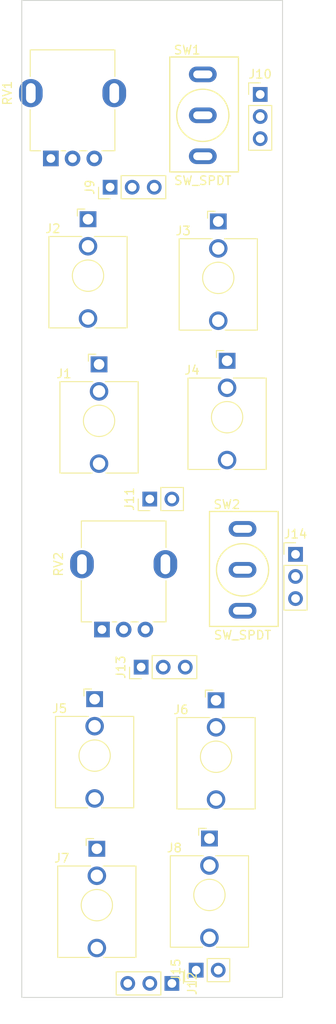
<source format=kicad_pcb>
(kicad_pcb (version 20221018) (generator pcbnew)
  (layers (0 "F.Cu" signal) (31 "B.Cu" signal) (34 "B.Paste" user) (35 "F.Paste" user) (36 "B.SilkS" user "B.Silkscreen") (37 "F.SilkS" user "F.Silkscreen") (38 "B.Mask" user) (39 "F.Mask" user) (44 "Edge.Cuts" user))
  (net 0 "")
  (net 1 "GND")
  (net 2 "INA")
  (net 3 "CV2A")
  (net 4 "CV2B")
  (net 5 "INB")
  (net 6 "ADJA")
  (net 7 "CV1A")
  (net 8 "LOGA")
  (net 9 "CMNA")
  (net 10 "LINA")
  (net 11 "OUTA")
  (net 12 "+12V")
  (net 13 "-12V")
  (net 14 "ADJB")
  (net 15 "CV1B")
  (net 16 "LOGB")
  (net 17 "CMNB")
  (net 18 "LINB")
  (net 19 "OUTB")
  (footprint "Connector_PinHeader_2.54mm:PinHeader_1x02_P2.54mm_Vertical" (layer "F.Cu") (at 20.061 118.364 90)
    (fp_text reference "J15" (at 0 -2.33 90) (layer "F.SilkS"))
    (fp_text value "Conn_01x02")
    (fp_line (start -1.33 -1.33) (end 0 -1.33) (stroke (width 0.12)) (layer "F.SilkS"))
    (fp_line (start -1.33 0) (end -1.33 -1.33) (stroke (width 0.12)) (layer "F.SilkS"))
    (fp_line (start -1.33 1.27) (end -1.33 3.87) (stroke (width 0.12)) (layer "F.SilkS"))
    (fp_line (start -1.33 1.27) (end 1.33 1.27) (stroke (width 0.12)) (layer "F.SilkS"))
    (fp_line (start -1.33 3.87) (end 1.33 3.87) (stroke (width 0.12)) (layer "F.SilkS"))
    (fp_line (start 1.33 1.27) (end 1.33 3.87) (stroke (width 0.12)) (layer "F.SilkS"))
    (pad "1" thru_hole rect (at 0 0 90) (size 1.7 1.7) (drill 1) (layers "*.Cu" "*.Mask") (net 5 "INB"))
    (pad "2" thru_hole oval (at 0 2.54 90) (size 1.7 1.7) (drill 1) (layers "*.Cu" "*.Mask") (net 19 "OUTB"))
  )
  (footprint "Connector_PinHeader_2.54mm:PinHeader_1x03_P2.54mm_Vertical" (layer "F.Cu") (at 27.432 17.795)
    (fp_text reference "J10" (at 0 -2.33) (layer "F.SilkS"))
    (fp_text value "Conn_01x03")
    (fp_line (start -1.33 -1.33) (end 0 -1.33) (stroke (width 0.12)) (layer "F.SilkS"))
    (fp_line (start -1.33 0) (end -1.33 -1.33) (stroke (width 0.12)) (layer "F.SilkS"))
    (fp_line (start -1.33 1.27) (end -1.33 6.41) (stroke (width 0.12)) (layer "F.SilkS"))
    (fp_line (start -1.33 1.27) (end 1.33 1.27) (stroke (width 0.12)) (layer "F.SilkS"))
    (fp_line (start -1.33 6.41) (end 1.33 6.41) (stroke (width 0.12)) (layer "F.SilkS"))
    (fp_line (start 1.33 1.27) (end 1.33 6.41) (stroke (width 0.12)) (layer "F.SilkS"))
    (pad "1" thru_hole rect (at 0 0) (size 1.7 1.7) (drill 1) (layers "*.Cu" "*.Mask") (net 8 "LOGA"))
    (pad "2" thru_hole oval (at 0 2.54) (size 1.7 1.7) (drill 1) (layers "*.Cu" "*.Mask") (net 9 "CMNA"))
    (pad "3" thru_hole oval (at 0 5.08) (size 1.7 1.7) (drill 1) (layers "*.Cu" "*.Mask") (net 10 "LINA"))
  )
  (footprint "Library:Jack_3.5mm_QingPu_WQP-PJ398SM_Vertical_CircularHoles" (layer "F.Cu") (at 22.352 93.856)
    (fp_text reference "J6" (at -4.03 -5.4 180) (layer "F.SilkS"))
    (fp_text value "AudioJack2")
    (fp_line (start -4.5 -4.5) (end -4.5 6) (stroke (width 0.12)) (layer "F.SilkS"))
    (fp_line (start -1.23 -7.65) (end -1.23 -6.85) (stroke (width 0.12)) (layer "F.SilkS"))
    (fp_line (start -1.23 -7.65) (end -0.37 -7.65) (stroke (width 0.12)) (layer "F.SilkS"))
    (fp_line (start -0.8 6) (end -4.5 6) (stroke (width 0.12)) (layer "F.SilkS"))
    (fp_line (start -0.72 -4.5) (end -4.5 -4.5) (stroke (width 0.12)) (layer "F.SilkS"))
    (fp_line (start 4.5 -4.5) (end 0.72 -4.5) (stroke (width 0.12)) (layer "F.SilkS"))
    (fp_line (start 4.5 -4.5) (end 4.5 6) (stroke (width 0.12)) (layer "F.SilkS"))
    (fp_line (start 4.5 6) (end 0.8 6) (stroke (width 0.12)) (layer "F.SilkS"))
    (fp_circle (center 0 0) (end 1.8 0) (stroke (width 0.12)) (fill none) (layer "F.SilkS"))
    (pad "S" thru_hole rect (at 0 -6.48 180) (size 1.93 1.83) (drill 1.22) (layers "*.Cu" "*.Mask") (net 1 "GND"))
    (pad "T" thru_hole circle (at 0 4.92 180) (size 2.13 2.13) (drill 1.43) (layers "*.Cu" "*.Mask") (net 4 "CV2B"))
    (pad "TN" thru_hole circle (at 0 -3.38 180) (size 2.13 2.13) (drill 1.42) (layers "*.Cu" "*.Mask"))
  )
  (footprint "Library:Jack_3.5mm_QingPu_WQP-PJ398SM_Vertical_CircularHoles" (layer "F.Cu") (at 8.382 93.726)
    (fp_text reference "J5" (at -4.03 -5.4 180) (layer "F.SilkS"))
    (fp_text value "AudioJack2")
    (fp_line (start -4.5 -4.5) (end -4.5 6) (stroke (width 0.12)) (layer "F.SilkS"))
    (fp_line (start -1.23 -7.65) (end -1.23 -6.85) (stroke (width 0.12)) (layer "F.SilkS"))
    (fp_line (start -1.23 -7.65) (end -0.37 -7.65) (stroke (width 0.12)) (layer "F.SilkS"))
    (fp_line (start -0.8 6) (end -4.5 6) (stroke (width 0.12)) (layer "F.SilkS"))
    (fp_line (start -0.72 -4.5) (end -4.5 -4.5) (stroke (width 0.12)) (layer "F.SilkS"))
    (fp_line (start 4.5 -4.5) (end 0.72 -4.5) (stroke (width 0.12)) (layer "F.SilkS"))
    (fp_line (start 4.5 -4.5) (end 4.5 6) (stroke (width 0.12)) (layer "F.SilkS"))
    (fp_line (start 4.5 6) (end 0.8 6) (stroke (width 0.12)) (layer "F.SilkS"))
    (fp_circle (center 0 0) (end 1.8 0) (stroke (width 0.12)) (fill none) (layer "F.SilkS"))
    (pad "S" thru_hole rect (at 0 -6.48 180) (size 1.93 1.83) (drill 1.22) (layers "*.Cu" "*.Mask") (net 1 "GND"))
    (pad "T" thru_hole circle (at 0 4.92 180) (size 2.13 2.13) (drill 1.43) (layers "*.Cu" "*.Mask") (net 15 "CV1B"))
    (pad "TN" thru_hole circle (at 0 -3.38 180) (size 2.13 2.13) (drill 1.42) (layers "*.Cu" "*.Mask"))
  )
  (footprint "benjiaomodular:ToggleSwitch_MTS-102_SPDT" (layer "F.Cu") (at 20.828 20.194)
    (fp_text reference "SW1" (at -1.8 -7.5) (layer "F.SilkS"))
    (fp_text value "SW_SPDT" (at 0 7.5) (layer "F.SilkS"))
    (fp_line (start -3.8 -6.7) (end 4.1 -6.7) (stroke (width 0.15)) (layer "F.SilkS"))
    (fp_line (start -3.8 6.5) (end -3.8 -6.7) (stroke (width 0.15)) (layer "F.SilkS"))
    (fp_line (start 4.1 -6.7) (end 4.1 6.5) (stroke (width 0.15)) (layer "F.SilkS"))
    (fp_line (start 4.1 6.5) (end -3.8 6.5) (stroke (width 0.15)) (layer "F.SilkS"))
    (fp_circle (center 0 0) (end 3 0.05) (stroke (width 0.15)) (fill none) (layer "F.SilkS"))
    (pad "1" thru_hole oval (at 0 -4.7) (size 3.2 1.8) (drill oval 2.2 0.9) (layers "*.Cu" "*.Mask") (net 8 "LOGA"))
    (pad "2" thru_hole oval (at 0 0) (size 3.2 1.8) (drill oval 2.2 0.9) (layers "*.Cu" "*.Mask") (net 9 "CMNA"))
    (pad "3" thru_hole oval (at 0 4.7) (size 3.2 1.8) (drill oval 2.2 0.9) (layers "*.Cu" "*.Mask") (net 10 "LINA"))
  )
  (footprint "Library:Jack_3.5mm_QingPu_WQP-PJ398SM_Vertical_CircularHoles" (layer "F.Cu") (at 22.606 38.862)
    (fp_text reference "J3" (at -4.03 -5.4 180) (layer "F.SilkS"))
    (fp_text value "AudioJack2")
    (fp_line (start -4.5 -4.5) (end -4.5 6) (stroke (width 0.12)) (layer "F.SilkS"))
    (fp_line (start -1.23 -7.65) (end -1.23 -6.85) (stroke (width 0.12)) (layer "F.SilkS"))
    (fp_line (start -1.23 -7.65) (end -0.37 -7.65) (stroke (width 0.12)) (layer "F.SilkS"))
    (fp_line (start -0.8 6) (end -4.5 6) (stroke (width 0.12)) (layer "F.SilkS"))
    (fp_line (start -0.72 -4.5) (end -4.5 -4.5) (stroke (width 0.12)) (layer "F.SilkS"))
    (fp_line (start 4.5 -4.5) (end 0.72 -4.5) (stroke (width 0.12)) (layer "F.SilkS"))
    (fp_line (start 4.5 -4.5) (end 4.5 6) (stroke (width 0.12)) (layer "F.SilkS"))
    (fp_line (start 4.5 6) (end 0.8 6) (stroke (width 0.12)) (layer "F.SilkS"))
    (fp_circle (center 0 0) (end 1.8 0) (stroke (width 0.12)) (fill none) (layer "F.SilkS"))
    (pad "S" thru_hole rect (at 0 -6.48 180) (size 1.93 1.83) (drill 1.22) (layers "*.Cu" "*.Mask") (net 1 "GND"))
    (pad "T" thru_hole circle (at 0 4.92 180) (size 2.13 2.13) (drill 1.43) (layers "*.Cu" "*.Mask") (net 3 "CV2A"))
    (pad "TN" thru_hole circle (at 0 -3.38 180) (size 2.13 2.13) (drill 1.42) (layers "*.Cu" "*.Mask"))
  )
  (footprint "Library:Jack_3.5mm_QingPu_WQP-PJ398SM_Vertical_CircularHoles" (layer "F.Cu") (at 23.622 54.864)
    (fp_text reference "J4" (at -4.03 -5.4 180) (layer "F.SilkS"))
    (fp_text value "AudioJack2")
    (fp_line (start -4.5 -4.5) (end -4.5 6) (stroke (width 0.12)) (layer "F.SilkS"))
    (fp_line (start -1.23 -7.65) (end -1.23 -6.85) (stroke (width 0.12)) (layer "F.SilkS"))
    (fp_line (start -1.23 -7.65) (end -0.37 -7.65) (stroke (width 0.12)) (layer "F.SilkS"))
    (fp_line (start -0.8 6) (end -4.5 6) (stroke (width 0.12)) (layer "F.SilkS"))
    (fp_line (start -0.72 -4.5) (end -4.5 -4.5) (stroke (width 0.12)) (layer "F.SilkS"))
    (fp_line (start 4.5 -4.5) (end 0.72 -4.5) (stroke (width 0.12)) (layer "F.SilkS"))
    (fp_line (start 4.5 -4.5) (end 4.5 6) (stroke (width 0.12)) (layer "F.SilkS"))
    (fp_line (start 4.5 6) (end 0.8 6) (stroke (width 0.12)) (layer "F.SilkS"))
    (fp_circle (center 0 0) (end 1.8 0) (stroke (width 0.12)) (fill none) (layer "F.SilkS"))
    (pad "S" thru_hole rect (at 0 -6.48 180) (size 1.93 1.83) (drill 1.22) (layers "*.Cu" "*.Mask") (net 1 "GND"))
    (pad "T" thru_hole circle (at 0 4.92 180) (size 2.13 2.13) (drill 1.43) (layers "*.Cu" "*.Mask") (net 11 "OUTA"))
    (pad "TN" thru_hole circle (at 0 -3.38 180) (size 2.13 2.13) (drill 1.42) (layers "*.Cu" "*.Mask"))
  )
  (footprint "Library:Jack_3.5mm_QingPu_WQP-PJ398SM_Vertical_CircularHoles" (layer "F.Cu") (at 21.59 109.728)
    (fp_text reference "J8" (at -4.03 -5.4 180) (layer "F.SilkS"))
    (fp_text value "AudioJack2")
    (fp_line (start -4.5 -4.5) (end -4.5 6) (stroke (width 0.12)) (layer "F.SilkS"))
    (fp_line (start -1.23 -7.65) (end -1.23 -6.85) (stroke (width 0.12)) (layer "F.SilkS"))
    (fp_line (start -1.23 -7.65) (end -0.37 -7.65) (stroke (width 0.12)) (layer "F.SilkS"))
    (fp_line (start -0.8 6) (end -4.5 6) (stroke (width 0.12)) (layer "F.SilkS"))
    (fp_line (start -0.72 -4.5) (end -4.5 -4.5) (stroke (width 0.12)) (layer "F.SilkS"))
    (fp_line (start 4.5 -4.5) (end 0.72 -4.5) (stroke (width 0.12)) (layer "F.SilkS"))
    (fp_line (start 4.5 -4.5) (end 4.5 6) (stroke (width 0.12)) (layer "F.SilkS"))
    (fp_line (start 4.5 6) (end 0.8 6) (stroke (width 0.12)) (layer "F.SilkS"))
    (fp_circle (center 0 0) (end 1.8 0) (stroke (width 0.12)) (fill none) (layer "F.SilkS"))
    (pad "S" thru_hole rect (at 0 -6.48 180) (size 1.93 1.83) (drill 1.22) (layers "*.Cu" "*.Mask") (net 1 "GND"))
    (pad "T" thru_hole circle (at 0 4.92 180) (size 2.13 2.13) (drill 1.43) (layers "*.Cu" "*.Mask") (net 19 "OUTB"))
    (pad "TN" thru_hole circle (at 0 -3.38 180) (size 2.13 2.13) (drill 1.42) (layers "*.Cu" "*.Mask"))
  )
  (footprint "Connector_PinHeader_2.54mm:PinHeader_1x03_P2.54mm_Vertical" (layer "F.Cu") (at 17.272 119.888 -90)
    (fp_text reference "J12" (at 0 -2.33 90) (layer "F.SilkS"))
    (fp_text value "Conn_01x03")
    (fp_line (start -1.33 -1.33) (end 0 -1.33) (stroke (width 0.12)) (layer "F.SilkS"))
    (fp_line (start -1.33 0) (end -1.33 -1.33) (stroke (width 0.12)) (layer "F.SilkS"))
    (fp_line (start -1.33 1.27) (end -1.33 6.41) (stroke (width 0.12)) (layer "F.SilkS"))
    (fp_line (start -1.33 1.27) (end 1.33 1.27) (stroke (width 0.12)) (layer "F.SilkS"))
    (fp_line (start -1.33 6.41) (end 1.33 6.41) (stroke (width 0.12)) (layer "F.SilkS"))
    (fp_line (start 1.33 1.27) (end 1.33 6.41) (stroke (width 0.12)) (layer "F.SilkS"))
    (pad "1" thru_hole rect (at 0 0 270) (size 1.7 1.7) (drill 1) (layers "*.Cu" "*.Mask") (net 12 "+12V"))
    (pad "2" thru_hole oval (at 0 2.54 270) (size 1.7 1.7) (drill 1) (layers "*.Cu" "*.Mask") (net 1 "GND"))
    (pad "3" thru_hole oval (at 0 5.08 270) (size 1.7 1.7) (drill 1) (layers "*.Cu" "*.Mask") (net 13 "-12V"))
  )
  (footprint "benjiaomodular:ToggleSwitch_MTS-102_SPDT" (layer "F.Cu") (at 25.4 72.39)
    (fp_text reference "SW2" (at -1.8 -7.5) (layer "F.SilkS"))
    (fp_text value "SW_SPDT" (at 0 7.5) (layer "F.SilkS"))
    (fp_line (start -3.8 -6.7) (end 4.1 -6.7) (stroke (width 0.15)) (layer "F.SilkS"))
    (fp_line (start -3.8 6.5) (end -3.8 -6.7) (stroke (width 0.15)) (layer "F.SilkS"))
    (fp_line (start 4.1 -6.7) (end 4.1 6.5) (stroke (width 0.15)) (layer "F.SilkS"))
    (fp_line (start 4.1 6.5) (end -3.8 6.5) (stroke (width 0.15)) (layer "F.SilkS"))
    (fp_circle (center 0 0) (end 3 0.05) (stroke (width 0.15)) (fill none) (layer "F.SilkS"))
    (pad "1" thru_hole oval (at 0 -4.7) (size 3.2 1.8) (drill oval 2.2 0.9) (layers "*.Cu" "*.Mask") (net 16 "LOGB"))
    (pad "2" thru_hole oval (at 0 0) (size 3.2 1.8) (drill oval 2.2 0.9) (layers "*.Cu" "*.Mask") (net 17 "CMNB"))
    (pad "3" thru_hole oval (at 0 4.7) (size 3.2 1.8) (drill oval 2.2 0.9) (layers "*.Cu" "*.Mask") (net 18 "LINB"))
  )
  (footprint "Connector_PinHeader_2.54mm:PinHeader_1x03_P2.54mm_Vertical" (layer "F.Cu") (at 31.496 70.612)
    (fp_text reference "J14" (at 0 -2.33) (layer "F.SilkS"))
    (fp_text value "Conn_01x03")
    (fp_line (start -1.33 -1.33) (end 0 -1.33) (stroke (width 0.12)) (layer "F.SilkS"))
    (fp_line (start -1.33 0) (end -1.33 -1.33) (stroke (width 0.12)) (layer "F.SilkS"))
    (fp_line (start -1.33 1.27) (end -1.33 6.41) (stroke (width 0.12)) (layer "F.SilkS"))
    (fp_line (start -1.33 1.27) (end 1.33 1.27) (stroke (width 0.12)) (layer "F.SilkS"))
    (fp_line (start -1.33 6.41) (end 1.33 6.41) (stroke (width 0.12)) (layer "F.SilkS"))
    (fp_line (start 1.33 1.27) (end 1.33 6.41) (stroke (width 0.12)) (layer "F.SilkS"))
    (pad "1" thru_hole rect (at 0 0) (size 1.7 1.7) (drill 1) (layers "*.Cu" "*.Mask") (net 16 "LOGB"))
    (pad "2" thru_hole oval (at 0 2.54) (size 1.7 1.7) (drill 1) (layers "*.Cu" "*.Mask") (net 17 "CMNB"))
    (pad "3" thru_hole oval (at 0 5.08) (size 1.7 1.7) (drill 1) (layers "*.Cu" "*.Mask") (net 18 "LINB"))
  )
  (footprint "Library:Jack_3.5mm_QingPu_WQP-PJ398SM_Vertical_CircularHoles" (layer "F.Cu") (at 8.636 110.904)
    (fp_text reference "J7" (at -4.03 -5.4 180) (layer "F.SilkS"))
    (fp_text value "AudioJack2")
    (fp_line (start -4.5 -4.5) (end -4.5 6) (stroke (width 0.12)) (layer "F.SilkS"))
    (fp_line (start -1.23 -7.65) (end -1.23 -6.85) (stroke (width 0.12)) (layer "F.SilkS"))
    (fp_line (start -1.23 -7.65) (end -0.37 -7.65) (stroke (width 0.12)) (layer "F.SilkS"))
    (fp_line (start -0.8 6) (end -4.5 6) (stroke (width 0.12)) (layer "F.SilkS"))
    (fp_line (start -0.72 -4.5) (end -4.5 -4.5) (stroke (width 0.12)) (layer "F.SilkS"))
    (fp_line (start 4.5 -4.5) (end 0.72 -4.5) (stroke (width 0.12)) (layer "F.SilkS"))
    (fp_line (start 4.5 -4.5) (end 4.5 6) (stroke (width 0.12)) (layer "F.SilkS"))
    (fp_line (start 4.5 6) (end 0.8 6) (stroke (width 0.12)) (layer "F.SilkS"))
    (fp_circle (center 0 0) (end 1.8 0) (stroke (width 0.12)) (fill none) (layer "F.SilkS"))
    (pad "S" thru_hole rect (at 0 -6.48 180) (size 1.93 1.83) (drill 1.22) (layers "*.Cu" "*.Mask") (net 1 "GND"))
    (pad "T" thru_hole circle (at 0 4.92 180) (size 2.13 2.13) (drill 1.43) (layers "*.Cu" "*.Mask") (net 5 "INB"))
    (pad "TN" thru_hole circle (at 0 -3.38 180) (size 2.13 2.13) (drill 1.42) (layers "*.Cu" "*.Mask"))
  )
  (footprint "Library:Jack_3.5mm_QingPu_WQP-PJ398SM_Vertical_CircularHoles" (layer "F.Cu") (at 7.62 38.608)
    (fp_text reference "J2" (at -4.03 -5.4 180) (layer "F.SilkS"))
    (fp_text value "AudioJack2")
    (fp_line (start -4.5 -4.5) (end -4.5 6) (stroke (width 0.12)) (layer "F.SilkS"))
    (fp_line (start -1.23 -7.65) (end -1.23 -6.85) (stroke (width 0.12)) (layer "F.SilkS"))
    (fp_line (start -1.23 -7.65) (end -0.37 -7.65) (stroke (width 0.12)) (layer "F.SilkS"))
    (fp_line (start -0.8 6) (end -4.5 6) (stroke (width 0.12)) (layer "F.SilkS"))
    (fp_line (start -0.72 -4.5) (end -4.5 -4.5) (stroke (width 0.12)) (layer "F.SilkS"))
    (fp_line (start 4.5 -4.5) (end 0.72 -4.5) (stroke (width 0.12)) (layer "F.SilkS"))
    (fp_line (start 4.5 -4.5) (end 4.5 6) (stroke (width 0.12)) (layer "F.SilkS"))
    (fp_line (start 4.5 6) (end 0.8 6) (stroke (width 0.12)) (layer "F.SilkS"))
    (fp_circle (center 0 0) (end 1.8 0) (stroke (width 0.12)) (fill none) (layer "F.SilkS"))
    (pad "S" thru_hole rect (at 0 -6.48 180) (size 1.93 1.83) (drill 1.22) (layers "*.Cu" "*.Mask") (net 1 "GND"))
    (pad "T" thru_hole circle (at 0 4.92 180) (size 2.13 2.13) (drill 1.43) (layers "*.Cu" "*.Mask") (net 7 "CV1A"))
    (pad "TN" thru_hole circle (at 0 -3.38 180) (size 2.13 2.13) (drill 1.42) (layers "*.Cu" "*.Mask"))
  )
  (footprint "benjiaomodular:Potentiometer_RV09" (layer "F.Cu") (at 9.224 79.248 90)
    (fp_text reference "RV2" (at 7.5 -5 90) (layer "F.SilkS"))
    (fp_text value "R_Potentiometer")
    (fp_line (start 0.88 -2.38) (end 5.6 -2.38) (stroke (width 0.12)) (layer "F.SilkS"))
    (fp_line (start 0.88 -1.19) (end 0.88 -2.37) (stroke (width 0.12)) (layer "F.SilkS"))
    (fp_line (start 0.88 1.71) (end 0.88 1.18) (stroke (width 0.12)) (layer "F.SilkS"))
    (fp_line (start 0.88 4.16) (end 0.88 3.33) (stroke (width 0.12)) (layer "F.SilkS"))
    (fp_line (start 0.88 7.37) (end 0.88 5.88) (stroke (width 0.12)) (layer "F.SilkS"))
    (fp_line (start 0.88 7.37) (end 5.6 7.37) (stroke (width 0.12)) (layer "F.SilkS"))
    (fp_line (start 9.41 -2.37) (end 12.47 -2.37) (stroke (width 0.12)) (layer "F.SilkS"))
    (fp_line (start 9.41 7.37) (end 12.47 7.37) (stroke (width 0.12)) (layer "F.SilkS"))
    (fp_line (start 12.47 7.37) (end 12.47 -2.37) (stroke (width 0.12)) (layer "F.SilkS"))
    (pad "" thru_hole oval (at 7.5 -2.3 180) (size 2.72 3.24) (drill oval 1.1 2.3) (layers "*.Cu" "*.Mask"))
    (pad "" thru_hole oval (at 7.5 7.3 180) (size 2.72 3.24) (drill oval 1.1 2.3) (layers "*.Cu" "*.Mask"))
    (pad "1" thru_hole rect (at 0 0 180) (size 1.8 1.8) (drill 1) (layers "*.Cu" "*.Mask") (net 13 "-12V"))
    (pad "2" thru_hole circle (at 0 2.5 180) (size 1.8 1.8) (drill 1) (layers "*.Cu" "*.Mask") (net 14 "ADJB"))
    (pad "3" thru_hole circle (at 0 5 180) (size 1.8 1.8) (drill 1) (layers "*.Cu" "*.Mask") (net 12 "+12V"))
  )
  (footprint "Connector_PinHeader_2.54mm:PinHeader_1x02_P2.54mm_Vertical" (layer "F.Cu") (at 14.727 64.262 90)
    (fp_text reference "J11" (at 0 -2.33 90) (layer "F.SilkS"))
    (fp_text value "Conn_01x02")
    (fp_line (start -1.33 -1.33) (end 0 -1.33) (stroke (width 0.12)) (layer "F.SilkS"))
    (fp_line (start -1.33 0) (end -1.33 -1.33) (stroke (width 0.12)) (layer "F.SilkS"))
    (fp_line (start -1.33 1.27) (end -1.33 3.87) (stroke (width 0.12)) (layer "F.SilkS"))
    (fp_line (start -1.33 1.27) (end 1.33 1.27) (stroke (width 0.12)) (layer "F.SilkS"))
    (fp_line (start -1.33 3.87) (end 1.33 3.87) (stroke (width 0.12)) (layer "F.SilkS"))
    (fp_line (start 1.33 1.27) (end 1.33 3.87) (stroke (width 0.12)) (layer "F.SilkS"))
    (pad "1" thru_hole rect (at 0 0 90) (size 1.7 1.7) (drill 1) (layers "*.Cu" "*.Mask") (net 2 "INA"))
    (pad "2" thru_hole oval (at 0 2.54 90) (size 1.7 1.7) (drill 1) (layers "*.Cu" "*.Mask") (net 11 "OUTA"))
  )
  (footprint "Library:Jack_3.5mm_QingPu_WQP-PJ398SM_Vertical_CircularHoles" (layer "F.Cu") (at 8.89 55.278)
    (fp_text reference "J1" (at -4.03 -5.4 180) (layer "F.SilkS"))
    (fp_text value "AudioJack2")
    (fp_line (start -4.5 -4.5) (end -4.5 6) (stroke (width 0.12)) (layer "F.SilkS"))
    (fp_line (start -1.23 -7.65) (end -1.23 -6.85) (stroke (width 0.12)) (layer "F.SilkS"))
    (fp_line (start -1.23 -7.65) (end -0.37 -7.65) (stroke (width 0.12)) (layer "F.SilkS"))
    (fp_line (start -0.8 6) (end -4.5 6) (stroke (width 0.12)) (layer "F.SilkS"))
    (fp_line (start -0.72 -4.5) (end -4.5 -4.5) (stroke (width 0.12)) (layer "F.SilkS"))
    (fp_line (start 4.5 -4.5) (end 0.72 -4.5) (stroke (width 0.12)) (layer "F.SilkS"))
    (fp_line (start 4.5 -4.5) (end 4.5 6) (stroke (width 0.12)) (layer "F.SilkS"))
    (fp_line (start 4.5 6) (end 0.8 6) (stroke (width 0.12)) (layer "F.SilkS"))
    (fp_circle (center 0 0) (end 1.8 0) (stroke (width 0.12)) (fill none) (layer "F.SilkS"))
    (pad "S" thru_hole rect (at 0 -6.48 180) (size 1.93 1.83) (drill 1.22) (layers "*.Cu" "*.Mask") (net 1 "GND"))
    (pad "T" thru_hole circle (at 0 4.92 180) (size 2.13 2.13) (drill 1.43) (layers "*.Cu" "*.Mask") (net 2 "INA"))
    (pad "TN" thru_hole circle (at 0 -3.38 180) (size 2.13 2.13) (drill 1.42) (layers "*.Cu" "*.Mask"))
  )
  (footprint "Connector_PinHeader_2.54mm:PinHeader_1x03_P2.54mm_Vertical" (layer "F.Cu") (at 10.16 28.448 90)
    (fp_text reference "J9" (at 0 -2.33 90) (layer "F.SilkS"))
    (fp_text value "Conn_01x03")
    (fp_line (start -1.33 -1.33) (end 0 -1.33) (stroke (width 0.12)) (layer "F.SilkS"))
    (fp_line (start -1.33 0) (end -1.33 -1.33) (stroke (width 0.12)) (layer "F.SilkS"))
    (fp_line (start -1.33 1.27) (end -1.33 6.41) (stroke (width 0.12)) (layer "F.SilkS"))
    (fp_line (start -1.33 1.27) (end 1.33 1.27) (stroke (width 0.12)) (layer "F.SilkS"))
    (fp_line (start -1.33 6.41) (end 1.33 6.41) (stroke (width 0.12)) (layer "F.SilkS"))
    (fp_line (start 1.33 1.27) (end 1.33 6.41) (stroke (width 0.12)) (layer "F.SilkS"))
    (pad "1" thru_hole rect (at 0 0 90) (size 1.7 1.7) (drill 1) (layers "*.Cu" "*.Mask") (net 6 "ADJA"))
    (pad "2" thru_hole oval (at 0 2.54 90) (size 1.7 1.7) (drill 1) (layers "*.Cu" "*.Mask") (net 7 "CV1A"))
    (pad "3" thru_hole oval (at 0 5.08 90) (size 1.7 1.7) (drill 1) (layers "*.Cu" "*.Mask") (net 3 "CV2A"))
  )
  (footprint "benjiaomodular:Potentiometer_RV09" (layer "F.Cu") (at 3.342 25.146 90)
    (fp_text reference "RV1" (at 7.5 -5 90) (layer "F.SilkS"))
    (fp_text value "R_Potentiometer")
    (fp_line (start 0.88 -2.38) (end 5.6 -2.38) (stroke (width 0.12)) (layer "F.SilkS"))
    (fp_line (start 0.88 -1.19) (end 0.88 -2.37) (stroke (width 0.12)) (layer "F.SilkS"))
    (fp_line (start 0.88 1.71) (end 0.88 1.18) (stroke (width 0.12)) (layer "F.SilkS"))
    (fp_line (start 0.88 4.16) (end 0.88 3.33) (stroke (width 0.12)) (layer "F.SilkS"))
    (fp_line (start 0.88 7.37) (end 0.88 5.88) (stroke (width 0.12)) (layer "F.SilkS"))
    (fp_line (start 0.88 7.37) (end 5.6 7.37) (stroke (width 0.12)) (layer "F.SilkS"))
    (fp_line (start 9.41 -2.37) (end 12.47 -2.37) (stroke (width 0.12)) (layer "F.SilkS"))
    (fp_line (start 9.41 7.37) (end 12.47 7.37) (stroke (width 0.12)) (layer "F.SilkS"))
    (fp_line (start 12.47 7.37) (end 12.47 -2.37) (stroke (width 0.12)) (layer "F.SilkS"))
    (pad "" thru_hole oval (at 7.5 -2.3 180) (size 2.72 3.24) (drill oval 1.1 2.3) (layers "*.Cu" "*.Mask"))
    (pad "" thru_hole oval (at 7.5 7.3 180) (size 2.72 3.24) (drill oval 1.1 2.3) (layers "*.Cu" "*.Mask"))
    (pad "1" thru_hole rect (at 0 0 180) (size 1.8 1.8) (drill 1) (layers "*.Cu" "*.Mask") (net 13 "-12V"))
    (pad "2" thru_hole circle (at 0 2.5 180) (size 1.8 1.8) (drill 1) (layers "*.Cu" "*.Mask") (net 6 "ADJA"))
    (pad "3" thru_hole circle (at 0 5 180) (size 1.8 1.8) (drill 1) (layers "*.Cu" "*.Mask") (net 12 "+12V"))
  )
  (footprint "Connector_PinHeader_2.54mm:PinHeader_1x03_P2.54mm_Vertical" (layer "F.Cu") (at 13.731 83.566 90)
    (fp_text reference "J13" (at 0 -2.33 90) (layer "F.SilkS"))
    (fp_text value "Conn_01x03")
    (fp_line (start -1.33 -1.33) (end 0 -1.33) (stroke (width 0.12)) (layer "F.SilkS"))
    (fp_line (start -1.33 0) (end -1.33 -1.33) (stroke (width 0.12)) (layer "F.SilkS"))
    (fp_line (start -1.33 1.27) (end -1.33 6.41) (stroke (width 0.12)) (layer "F.SilkS"))
    (fp_line (start -1.33 1.27) (end 1.33 1.27) (stroke (width 0.12)) (layer "F.SilkS"))
    (fp_line (start -1.33 6.41) (end 1.33 6.41) (stroke (width 0.12)) (layer "F.SilkS"))
    (fp_line (start 1.33 1.27) (end 1.33 6.41) (stroke (width 0.12)) (layer "F.SilkS"))
    (pad "1" thru_hole rect (at 0 0 90) (size 1.7 1.7) (drill 1) (layers "*.Cu" "*.Mask") (net 14 "ADJB"))
    (pad "2" thru_hole oval (at 0 2.54 90) (size 1.7 1.7) (drill 1) (layers "*.Cu" "*.Mask") (net 15 "CV1B"))
    (pad "3" thru_hole oval (at 0 5.08 90) (size 1.7 1.7) (drill 1) (layers "*.Cu" "*.Mask") (net 4 "CV2B"))
  )
  (gr_rect (start 0 7) (end 30 121.5) (stroke (width 0.1)) (fill none) (layer "Edge.Cuts"))
)
</source>
